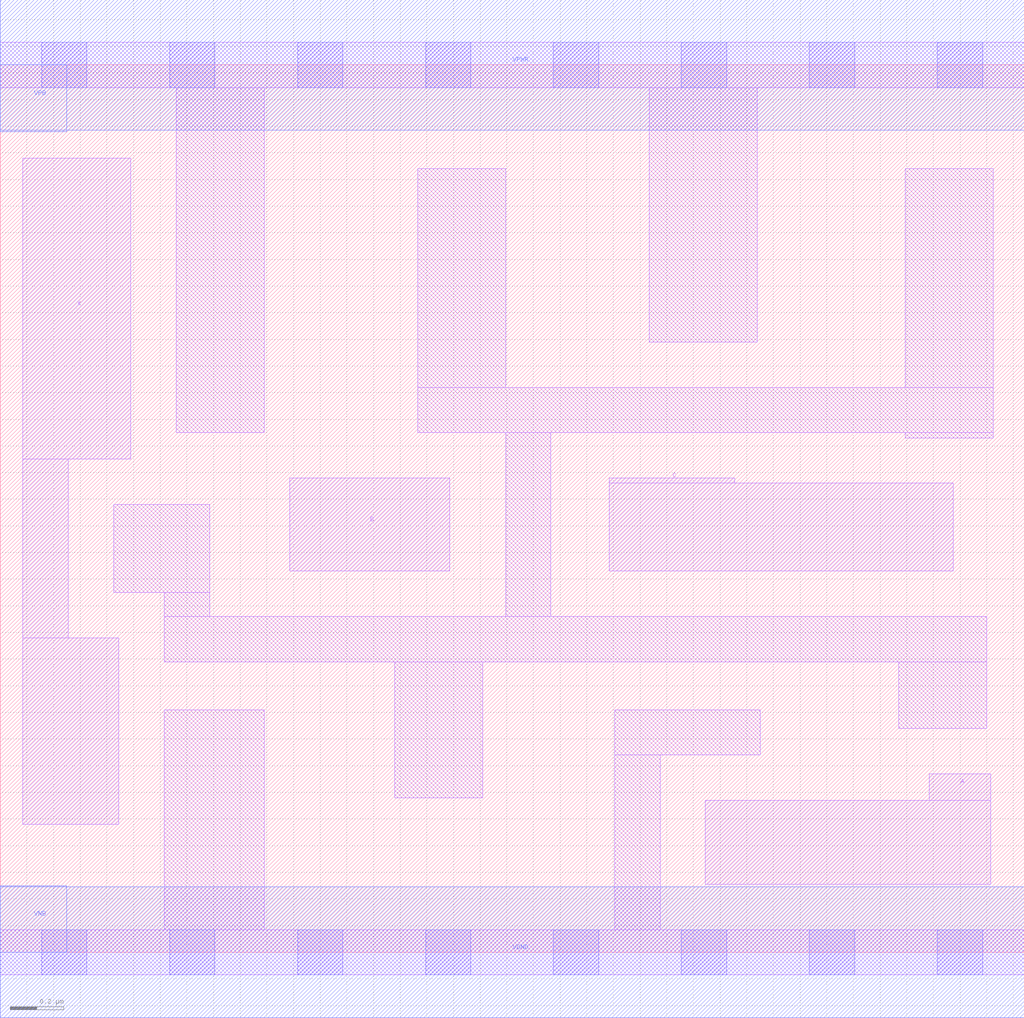
<source format=lef>
# Copyright 2020 The SkyWater PDK Authors
#
# Licensed under the Apache License, Version 2.0 (the "License");
# you may not use this file except in compliance with the License.
# You may obtain a copy of the License at
#
#     https://www.apache.org/licenses/LICENSE-2.0
#
# Unless required by applicable law or agreed to in writing, software
# distributed under the License is distributed on an "AS IS" BASIS,
# WITHOUT WARRANTIES OR CONDITIONS OF ANY KIND, either express or implied.
# See the License for the specific language governing permissions and
# limitations under the License.
#
# SPDX-License-Identifier: Apache-2.0

VERSION 5.5 ;
NAMESCASESENSITIVE ON ;
BUSBITCHARS "[]" ;
DIVIDERCHAR "/" ;
MACRO sky130_fd_sc_hs__maj3_1
  CLASS CORE ;
  SOURCE USER ;
  ORIGIN  0.000000  0.000000 ;
  SIZE  3.840000 BY  3.330000 ;
  SYMMETRY X Y ;
  SITE unit ;
  PIN A
    ANTENNAGATEAREA  0.492000 ;
    DIRECTION INPUT ;
    USE SIGNAL ;
    PORT
      LAYER li1 ;
        RECT 2.645000 0.255000 3.715000 0.570000 ;
        RECT 3.485000 0.570000 3.715000 0.670000 ;
    END
  END A
  PIN B
    ANTENNAGATEAREA  0.492000 ;
    DIRECTION INPUT ;
    USE SIGNAL ;
    PORT
      LAYER li1 ;
        RECT 1.085000 1.430000 1.685000 1.780000 ;
    END
  END B
  PIN C
    ANTENNAGATEAREA  0.492000 ;
    DIRECTION INPUT ;
    USE SIGNAL ;
    PORT
      LAYER li1 ;
        RECT 2.285000 1.430000 3.575000 1.760000 ;
        RECT 2.285000 1.760000 2.755000 1.780000 ;
    END
  END C
  PIN X
    ANTENNADIFFAREA  0.538500 ;
    DIRECTION OUTPUT ;
    USE SIGNAL ;
    PORT
      LAYER li1 ;
        RECT 0.085000 0.480000 0.445000 1.180000 ;
        RECT 0.085000 1.180000 0.255000 1.850000 ;
        RECT 0.085000 1.850000 0.490000 2.980000 ;
    END
  END X
  PIN VGND
    DIRECTION INOUT ;
    USE GROUND ;
    PORT
      LAYER met1 ;
        RECT 0.000000 -0.245000 3.840000 0.245000 ;
    END
  END VGND
  PIN VNB
    DIRECTION INOUT ;
    USE GROUND ;
    PORT
    END
  END VNB
  PIN VPB
    DIRECTION INOUT ;
    USE POWER ;
    PORT
    END
  END VPB
  PIN VNB
    DIRECTION INOUT ;
    USE GROUND ;
    PORT
      LAYER met1 ;
        RECT 0.000000 0.000000 0.250000 0.250000 ;
    END
  END VNB
  PIN VPB
    DIRECTION INOUT ;
    USE POWER ;
    PORT
      LAYER met1 ;
        RECT 0.000000 3.080000 0.250000 3.330000 ;
    END
  END VPB
  PIN VPWR
    DIRECTION INOUT ;
    USE POWER ;
    PORT
      LAYER met1 ;
        RECT 0.000000 3.085000 3.840000 3.575000 ;
    END
  END VPWR
  OBS
    LAYER li1 ;
      RECT 0.000000 -0.085000 3.840000 0.085000 ;
      RECT 0.000000  3.245000 3.840000 3.415000 ;
      RECT 0.425000  1.350000 0.785000 1.680000 ;
      RECT 0.615000  0.085000 0.990000 0.910000 ;
      RECT 0.615000  1.090000 3.700000 1.260000 ;
      RECT 0.615000  1.260000 0.785000 1.350000 ;
      RECT 0.660000  1.950000 0.990000 3.245000 ;
      RECT 1.480000  0.580000 1.810000 1.090000 ;
      RECT 1.565000  1.950000 3.725000 2.120000 ;
      RECT 1.565000  2.120000 1.895000 2.940000 ;
      RECT 1.895000  1.260000 2.065000 1.950000 ;
      RECT 2.305000  0.085000 2.475000 0.740000 ;
      RECT 2.305000  0.740000 2.850000 0.910000 ;
      RECT 2.435000  2.290000 2.840000 3.245000 ;
      RECT 3.370000  0.840000 3.700000 1.090000 ;
      RECT 3.395000  1.930000 3.725000 1.950000 ;
      RECT 3.395000  2.120000 3.725000 2.940000 ;
    LAYER mcon ;
      RECT 0.155000 -0.085000 0.325000 0.085000 ;
      RECT 0.155000  3.245000 0.325000 3.415000 ;
      RECT 0.635000 -0.085000 0.805000 0.085000 ;
      RECT 0.635000  3.245000 0.805000 3.415000 ;
      RECT 1.115000 -0.085000 1.285000 0.085000 ;
      RECT 1.115000  3.245000 1.285000 3.415000 ;
      RECT 1.595000 -0.085000 1.765000 0.085000 ;
      RECT 1.595000  3.245000 1.765000 3.415000 ;
      RECT 2.075000 -0.085000 2.245000 0.085000 ;
      RECT 2.075000  3.245000 2.245000 3.415000 ;
      RECT 2.555000 -0.085000 2.725000 0.085000 ;
      RECT 2.555000  3.245000 2.725000 3.415000 ;
      RECT 3.035000 -0.085000 3.205000 0.085000 ;
      RECT 3.035000  3.245000 3.205000 3.415000 ;
      RECT 3.515000 -0.085000 3.685000 0.085000 ;
      RECT 3.515000  3.245000 3.685000 3.415000 ;
  END
END sky130_fd_sc_hs__maj3_1
END LIBRARY

</source>
